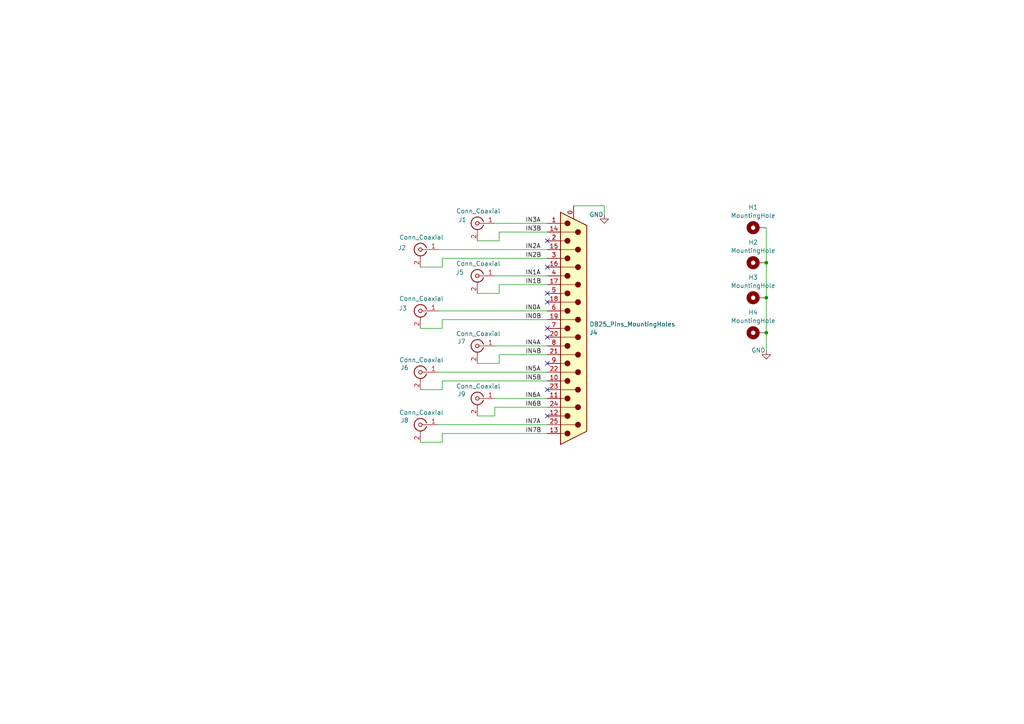
<source format=kicad_sch>
(kicad_sch (version 20250114) (generator "eeschema") (generator_version "9.0")
  (paper "A4")
  (title_block (title "LDC breakout board") (date "2025-06-08") (rev "1") (company "UCSC Center for Adaptive Optics"))
  (lib_symbols
    (symbol "Connector:Conn_Coaxial" (pin_names (offset 1.016) (hide yes))
      (property "Reference" "J" (at 0.254 3.048 0))
      (property "Value" "Conn_Coaxial" (at 2.921 0 90))
      (symbol "Conn_Coaxial_0_1"
        (polyline (pts (xy -2.54 0) (xy -0.508 0)))
        (arc (start 1.778 0) (mid 0.222 -1.8079) (end -1.778 -0.508) (stroke (width 0.254)))
        (arc (start -1.778 0.508) (mid 0.2221 1.8084) (end 1.778 0) (stroke (width 0.254)))
        (circle (center 0 0) (radius 0.508) (stroke (width 0.2032)))
        (polyline (pts (xy 0 -2.54) (xy 0 -1.778)))
      )
      (symbol "Conn_Coaxial_1_1"
        (pin passive line (at -5.08 0 0) (length 2.54) (name "In") (number "1"))
        (pin passive line (at 0 -5.08 90) (length 2.54) (name "Ext") (number "2"))
      )
    )
    (symbol "Connector:DB25_Pins_MountingHoles" (pin_names (offset 1.016) (hide yes))
      (property "Reference" "J" (at 0 36.83 0))
      (property "Value" "DB25_Pins_MountingHoles" (at 0 34.925 0))
      (symbol "DB25_Pins_MountingHoles_0_1"
        (polyline (pts (xy -3.81 30.48) (xy -2.54 30.48)))
        (polyline (pts (xy -3.81 27.94) (xy 0.508 27.94)))
        (polyline (pts (xy -3.81 25.4) (xy -2.54 25.4)))
        (polyline (pts (xy -3.81 22.86) (xy 0.508 22.86)))
        (polyline (pts (xy -3.81 20.32) (xy -2.54 20.32)))
        (polyline (pts (xy -3.81 17.78) (xy 0.508 17.78)))
        (polyline (pts (xy -3.81 15.24) (xy -2.54 15.24)))
        (polyline (pts (xy -3.81 12.7) (xy 0.508 12.7)))
        (polyline (pts (xy -3.81 10.16) (xy -2.54 10.16)))
        (polyline (pts (xy -3.81 7.62) (xy 0.508 7.62)))
        (polyline (pts (xy -3.81 5.08) (xy -2.54 5.08)))
        (polyline (pts (xy -3.81 2.54) (xy 0.508 2.54)))
        (polyline (pts (xy -3.81 0) (xy -2.54 0)))
        (polyline (pts (xy -3.81 -2.54) (xy 0.508 -2.54)))
        (polyline (pts (xy -3.81 -5.08) (xy -2.54 -5.08)))
        (polyline (pts (xy -3.81 -7.62) (xy 0.508 -7.62)))
        (polyline (pts (xy -3.81 -10.16) (xy -2.54 -10.16)))
        (polyline (pts (xy -3.81 -12.7) (xy 0.508 -12.7)))
        (polyline (pts (xy -3.81 -15.24) (xy -2.54 -15.24)))
        (polyline (pts (xy -3.81 -17.78) (xy 0.508 -17.78)))
        (polyline (pts (xy -3.81 -20.32) (xy -2.54 -20.32)))
        (polyline (pts (xy -3.81 -22.86) (xy 0.508 -22.86)))
        (polyline (pts (xy -3.81 -25.4) (xy -2.54 -25.4)))
        (polyline (pts (xy -3.81 -27.94) (xy 0.508 -27.94)))
        (polyline (pts (xy -3.81 -30.48) (xy -2.54 -30.48)))
        (polyline (pts (xy -3.81 -33.655) (xy 3.81 -29.845) (xy 3.81 29.845) (xy -3.81 33.655) (xy -3.81 -33.655)) (stroke (width 0.254)) (fill (type background)))
        (circle (center -1.778 30.48) (radius 0.762) (fill (type outline)))
        (circle (center -1.778 25.4) (radius 0.762) (fill (type outline)))
        (circle (center -1.778 20.32) (radius 0.762) (fill (type outline)))
        (circle (center -1.778 15.24) (radius 0.762) (fill (type outline)))
        (circle (center -1.778 10.16) (radius 0.762) (fill (type outline)))
        (circle (center -1.778 5.08) (radius 0.762) (fill (type outline)))
        (circle (center -1.778 0) (radius 0.762) (fill (type outline)))
        (circle (center -1.778 -5.08) (radius 0.762) (fill (type outline)))
        (circle (center -1.778 -10.16) (radius 0.762) (fill (type outline)))
        (circle (center -1.778 -15.24) (radius 0.762) (fill (type outline)))
        (circle (center -1.778 -20.32) (radius 0.762) (fill (type outline)))
        (circle (center -1.778 -25.4) (radius 0.762) (fill (type outline)))
        (circle (center -1.778 -30.48) (radius 0.762) (fill (type outline)))
        (circle (center 1.27 27.94) (radius 0.762) (fill (type outline)))
        (circle (center 1.27 22.86) (radius 0.762) (fill (type outline)))
        (circle (center 1.27 17.78) (radius 0.762) (fill (type outline)))
        (circle (center 1.27 12.7) (radius 0.762) (fill (type outline)))
        (circle (center 1.27 7.62) (radius 0.762) (fill (type outline)))
        (circle (center 1.27 2.54) (radius 0.762) (fill (type outline)))
        (circle (center 1.27 -2.54) (radius 0.762) (fill (type outline)))
        (circle (center 1.27 -7.62) (radius 0.762) (fill (type outline)))
        (circle (center 1.27 -12.7) (radius 0.762) (fill (type outline)))
        (circle (center 1.27 -17.78) (radius 0.762) (fill (type outline)))
        (circle (center 1.27 -22.86) (radius 0.762) (fill (type outline)))
        (circle (center 1.27 -27.94) (radius 0.762) (fill (type outline)))
      )
      (symbol "DB25_Pins_MountingHoles_1_1"
        (pin passive line (at -7.62 30.48 0) (length 3.81) (name "13") (number "13"))
        (pin passive line (at -7.62 27.94 0) (length 3.81) (name "P25") (number "25"))
        (pin passive line (at -7.62 25.4 0) (length 3.81) (name "12") (number "12"))
        (pin passive line (at -7.62 22.86 0) (length 3.81) (name "P24") (number "24"))
        (pin passive line (at -7.62 20.32 0) (length 3.81) (name "11") (number "11"))
        (pin passive line (at -7.62 17.78 0) (length 3.81) (name "P23") (number "23"))
        (pin passive line (at -7.62 15.24 0) (length 3.81) (name "10") (number "10"))
        (pin passive line (at -7.62 12.7 0) (length 3.81) (name "P22") (number "22"))
        (pin passive line (at -7.62 10.16 0) (length 3.81) (name "9") (number "9"))
        (pin passive line (at -7.62 7.62 0) (length 3.81) (name "P21") (number "21"))
        (pin passive line (at -7.62 5.08 0) (length 3.81) (name "8") (number "8"))
        (pin passive line (at -7.62 2.54 0) (length 3.81) (name "P20") (number "20"))
        (pin passive line (at -7.62 0 0) (length 3.81) (name "7") (number "7"))
        (pin passive line (at -7.62 -2.54 0) (length 3.81) (name "P19") (number "19"))
        (pin passive line (at -7.62 -5.08 0) (length 3.81) (name "6") (number "6"))
        (pin passive line (at -7.62 -7.62 0) (length 3.81) (name "P18") (number "18"))
        (pin passive line (at -7.62 -10.16 0) (length 3.81) (name "5") (number "5"))
        (pin passive line (at -7.62 -12.7 0) (length 3.81) (name "P17") (number "17"))
        (pin passive line (at -7.62 -15.24 0) (length 3.81) (name "4") (number "4"))
        (pin passive line (at -7.62 -17.78 0) (length 3.81) (name "P16") (number "16"))
        (pin passive line (at -7.62 -20.32 0) (length 3.81) (name "3") (number "3"))
        (pin passive line (at -7.62 -22.86 0) (length 3.81) (name "P15") (number "15"))
        (pin passive line (at -7.62 -25.4 0) (length 3.81) (name "2") (number "2"))
        (pin passive line (at -7.62 -27.94 0) (length 3.81) (name "P14") (number "14"))
        (pin passive line (at -7.62 -30.48 0) (length 3.81) (name "1") (number "1"))
        (pin passive line (at 0 -35.56 90) (length 3.81) (name "PAD") (number "0"))
      )
    )
    (symbol "Mechanical:MountingHole_Pad" (pin_numbers (hide yes)) (pin_names (offset 1.016) (hide yes)) (exclude_from_sim yes) (in_bom no)
      (property "Reference" "H" (at 0 6.35 0))
      (property "Value" "MountingHole_Pad" (at 0 4.445 0))
      (symbol "MountingHole_Pad_0_1"
        (circle (center 0 1.27) (radius 1.27) (stroke (width 1.27)))
      )
      (symbol "MountingHole_Pad_1_1"
        (pin input line (at 0 -2.54 90) (length 2.54) (name "1") (number "1"))
      )
    )
    (symbol "power:GND" (power) (pin_numbers (hide yes)) (pin_names (offset 0) (hide yes))
      (property "Value" "GND" (at 0 -3.81 0))
      (symbol "GND_0_1"
        (polyline (pts (xy 0 0) (xy 0 -1.27) (xy 1.27 -1.27) (xy 0 -2.54) (xy -1.27 -1.27) (xy 0 -1.27)))
      )
      (symbol "GND_1_1"
        (pin power_in line (at 0 0 270) (length 0) (name "~") (number "1"))
      )
    )
  )
  (junction (at 222.25 76.2))
  (junction (at 222.25 86.36))
  (junction (at 222.25 96.52))
  (no_connect (at 158.75 105.41))
  (no_connect (at 158.75 85.09))
  (no_connect (at 158.75 97.79))
  (no_connect (at 158.75 95.25))
  (no_connect (at 158.75 120.65))
  (no_connect (at 158.75 69.85))
  (no_connect (at 158.75 113.03))
  (no_connect (at 158.75 87.63))
  (no_connect (at 158.75 77.47))
  (wire (pts (xy 143.51 120.65) (xy 143.51 118.11)))
  (wire (pts (xy 143.51 80.01) (xy 158.75 80.01)))
  (wire (pts (xy 144.78 105.41) (xy 144.78 102.87)))
  (wire (pts (xy 128.27 125.73) (xy 158.75 125.73)))
  (wire (pts (xy 144.78 85.09) (xy 144.78 82.55)))
  (wire (pts (xy 143.51 64.77) (xy 158.75 64.77)))
  (wire (pts (xy 143.51 115.57) (xy 158.75 115.57)))
  (wire (pts (xy 121.92 95.25) (xy 128.27 95.25)))
  (wire (pts (xy 127 72.39) (xy 158.75 72.39)))
  (wire (pts (xy 127 123.19) (xy 158.75 123.19)))
  (wire (pts (xy 175.26 59.69) (xy 166.37 59.69)))
  (wire (pts (xy 144.78 69.85) (xy 144.78 67.31)))
  (wire (pts (xy 128.27 113.03) (xy 128.27 110.49)))
  (wire (pts (xy 128.27 77.47) (xy 128.27 74.93)))
  (wire (pts (xy 143.51 118.11) (xy 158.75 118.11)))
  (wire (pts (xy 138.43 105.41) (xy 144.78 105.41)))
  (wire (pts (xy 127 107.95) (xy 158.75 107.95)))
  (wire (pts (xy 138.43 69.85) (xy 144.78 69.85)))
  (wire (pts (xy 121.92 77.47) (xy 128.27 77.47)))
  (wire (pts (xy 175.26 59.69) (xy 175.26 62.23)))
  (wire (pts (xy 138.43 85.09) (xy 144.78 85.09)))
  (wire (pts (xy 222.25 76.2) (xy 222.25 86.36)))
  (wire (pts (xy 128.27 95.25) (xy 128.27 92.71)))
  (wire (pts (xy 128.27 128.27) (xy 128.27 125.73)))
  (wire (pts (xy 222.25 86.36) (xy 222.25 96.52)))
  (wire (pts (xy 144.78 102.87) (xy 158.75 102.87)))
  (wire (pts (xy 138.43 120.65) (xy 143.51 120.65)))
  (wire (pts (xy 144.78 82.55) (xy 158.75 82.55)))
  (wire (pts (xy 128.27 92.71) (xy 158.75 92.71)))
  (wire (pts (xy 121.92 128.27) (xy 128.27 128.27)))
  (wire (pts (xy 144.78 67.31) (xy 158.75 67.31)))
  (wire (pts (xy 128.27 110.49) (xy 158.75 110.49)))
  (wire (pts (xy 127 90.17) (xy 158.75 90.17)))
  (wire (pts (xy 222.25 96.52) (xy 222.25 101.6)))
  (wire (pts (xy 128.27 74.93) (xy 158.75 74.93)))
  (wire (pts (xy 143.51 100.33) (xy 158.75 100.33)))
  (wire (pts (xy 121.92 113.03) (xy 128.27 113.03)))
  (wire (pts (xy 222.25 66.04) (xy 222.25 76.2)))
  (label "IN3A" (at 152.4 64.77 0))
  (label "IN4B" (at 152.4 102.87 0))
  (label "IN6B" (at 152.4 118.11 0))
  (label "IN7B" (at 152.4 125.73 0))
  (label "IN5A" (at 152.4 107.95 0))
  (label "IN1B" (at 152.4 82.55 0))
  (label "IN0B" (at 152.4 92.71 0))
  (label "IN0A" (at 152.4 90.17 0))
  (label "IN7A" (at 152.4 123.19 0))
  (label "IN2A" (at 152.4 72.39 0))
  (label "IN1A" (at 152.4 80.01 0))
  (label "IN6A" (at 152.4 115.57 0))
  (label "IN5B" (at 152.4 110.49 0))
  (label "IN3B" (at 152.4 67.31 0))
  (label "IN2B" (at 152.4 74.93 0))
  (label "IN4A" (at 152.4 100.33 0))
  (symbol (lib_id "Connector:Conn_Coaxial") (at 138.43 115.57 0) (mirror y) (unit 1)
    (property "Reference" "J9" (at 133.858 114.3 0))
    (property "Value" "Conn_Coaxial" (at 138.7474 112.0232 0))
    (property "Footprint" "gabe_connectors:KH-BNC50-3511" (effects (hide yes)))
    (property "Description" "coaxial connector (BNC, SMA, SMB, SMC, Cinch/RCA, LEMO, ...)" (effects (hide yes)))
    (property "LCSC" "C2837587" (effects (hide yes)))
  )
  (symbol (lib_id "power:GND") (at 175.26 62.23 0) (mirror y) (unit 1)
    (property "Reference" "#PWR060" (effects (hide yes)))
    (property "Value" "GND" (at 172.974 62.23 0))
    (property "Description" "Power symbol creates a global label with name \"GND\" , ground" (effects (hide yes)))
  )
  (symbol (lib_id "Connector:Conn_Coaxial") (at 121.92 107.95 0) (mirror y) (unit 1)
    (property "Reference" "J6" (at 117.348 106.68 0))
    (property "Value" "Conn_Coaxial" (at 122.2374 104.4032 0))
    (property "Footprint" "gabe_connectors:KH-BNC50-3511" (effects (hide yes)))
    (property "Description" "coaxial connector (BNC, SMA, SMB, SMC, Cinch/RCA, LEMO, ...)" (effects (hide yes)))
    (property "LCSC" "C2837587" (effects (hide yes)))
  )
  (symbol (lib_id "Connector:Conn_Coaxial") (at 138.43 100.33 0) (mirror y) (unit 1)
    (property "Reference" "J7" (at 133.858 99.06 0))
    (property "Value" "Conn_Coaxial" (at 138.7474 96.7832 0))
    (property "Footprint" "gabe_connectors:KH-BNC50-3511" (effects (hide yes)))
    (property "Description" "coaxial connector (BNC, SMA, SMB, SMC, Cinch/RCA, LEMO, ...)" (effects (hide yes)))
    (property "LCSC" "C2837587" (effects (hide yes)))
  )
  (symbol (lib_id "Connector:Conn_Coaxial") (at 138.43 64.77 0) (mirror y) (unit 1)
    (property "Reference" "J1" (at 134.112 63.754 0))
    (property "Value" "Conn_Coaxial" (at 138.7474 61.2232 0))
    (property "Footprint" "gabe_connectors:KH-BNC50-3511" (effects (hide yes)))
    (property "Description" "coaxial connector (BNC, SMA, SMB, SMC, Cinch/RCA, LEMO, ...)" (effects (hide yes)))
    (property "LCSC" "C2837587" (effects (hide yes)))
  )
  (symbol (lib_id "Connector:Conn_Coaxial") (at 121.92 123.19 0) (mirror y) (unit 1)
    (property "Reference" "J8" (at 117.348 121.92 0))
    (property "Value" "Conn_Coaxial" (at 122.2374 119.6432 0))
    (property "Footprint" "gabe_connectors:KH-BNC50-3511" (effects (hide yes)))
    (property "Description" "coaxial connector (BNC, SMA, SMB, SMC, Cinch/RCA, LEMO, ...)" (effects (hide yes)))
    (property "LCSC" "C2837587" (effects (hide yes)))
  )
  (symbol (lib_id "Connector:Conn_Coaxial") (at 121.92 72.39 0) (mirror y) (unit 1)
    (property "Reference" "J2" (at 116.586 71.882 0))
    (property "Value" "Conn_Coaxial" (at 122.2374 68.8432 0))
    (property "Footprint" "gabe_connectors:KH-BNC50-3511" (effects (hide yes)))
    (property "Description" "coaxial connector (BNC, SMA, SMB, SMC, Cinch/RCA, LEMO, ...)" (effects (hide yes)))
    (property "LCSC" "C2837587" (effects (hide yes)))
  )
  (symbol (lib_id "Mechanical:MountingHole_Pad") (at 219.71 96.52 90) (unit 1) (exclude_from_sim yes) (in_bom no)
    (property "Reference" "H4" (at 218.44 90.5975 90))
    (property "Value" "MountingHole" (at 218.44 93.0218 90))
    (property "Footprint" "MountingHole:MountingHole_3.2mm_M3_DIN965_Pad" (effects (hide yes)))
    (property "Description" "Mounting Hole with connection" (effects (hide yes)))
  )
  (symbol (lib_id "Connector:Conn_Coaxial") (at 121.92 90.17 0) (mirror y) (unit 1)
    (property "Reference" "J3" (at 116.84 89.408 0))
    (property "Value" "Conn_Coaxial" (at 122.2374 86.6232 0))
    (property "Footprint" "gabe_connectors:KH-BNC50-3511" (effects (hide yes)))
    (property "Description" "coaxial connector (BNC, SMA, SMB, SMC, Cinch/RCA, LEMO, ...)" (effects (hide yes)))
    (property "LCSC" "C2837587" (effects (hide yes)))
  )
  (symbol (lib_id "Mechanical:MountingHole_Pad") (at 219.71 76.2 90) (unit 1) (exclude_from_sim yes) (in_bom no)
    (property "Reference" "H2" (at 218.44 70.2775 90))
    (property "Value" "MountingHole" (at 218.44 72.7018 90))
    (property "Footprint" "MountingHole:MountingHole_3.2mm_M3_DIN965_Pad" (effects (hide yes)))
    (property "Description" "Mounting Hole with connection" (effects (hide yes)))
  )
  (symbol (lib_id "Mechanical:MountingHole_Pad") (at 219.71 86.36 90) (unit 1) (exclude_from_sim yes) (in_bom no)
    (property "Reference" "H3" (at 218.44 80.4375 90))
    (property "Value" "MountingHole" (at 218.44 82.8618 90))
    (property "Footprint" "MountingHole:MountingHole_3.2mm_M3_DIN965_Pad" (effects (hide yes)))
    (property "Description" "Mounting Hole with connection" (effects (hide yes)))
  )
  (symbol (lib_id "Connector:DB25_Pins_MountingHoles") (at 166.37 95.25 0) (mirror x) (unit 1)
    (property "Reference" "J4" (at 170.942 96.4622 0) (effects (justify left)))
    (property "Value" "DB25_Pins_MountingHoles" (at 170.942 94.0379 0) (effects (justify left)))
    (property "Footprint" "gabe_connectors:TE-5747842-4" (effects (hide yes)))
    (property "Description" "25-pin D-SUB connector, pins (male), Mounting Hole" (effects (hide yes)))
    (property "LCSC" "C305948" (effects (hide yes)))
  )
  (symbol (lib_id "power:GND") (at 222.25 101.6 0) (mirror y) (unit 1)
    (property "Reference" "#PWR061" (effects (hide yes)))
    (property "Value" "GND" (at 219.964 101.6 0))
    (property "Description" "Power symbol creates a global label with name \"GND\" , ground" (effects (hide yes)))
  )
  (symbol (lib_id "Mechanical:MountingHole_Pad") (at 219.71 66.04 90) (unit 1) (exclude_from_sim yes) (in_bom no)
    (property "Reference" "H1" (at 218.44 60.1175 90))
    (property "Value" "MountingHole" (at 218.44 62.5418 90))
    (property "Footprint" "MountingHole:MountingHole_3.2mm_M3_DIN965_Pad" (effects (hide yes)))
    (property "Description" "Mounting Hole with connection" (effects (hide yes)))
  )
  (symbol (lib_id "Connector:Conn_Coaxial") (at 138.43 80.01 0) (mirror y) (unit 1)
    (property "Reference" "J5" (at 133.35 78.994 0))
    (property "Value" "Conn_Coaxial" (at 138.7474 76.4632 0))
    (property "Footprint" "gabe_connectors:KH-BNC50-3511" (effects (hide yes)))
    (property "Description" "coaxial connector (BNC, SMA, SMB, SMC, Cinch/RCA, LEMO, ...)" (effects (hide yes)))
    (property "LCSC" "C2837587" (effects (hide yes)))
  )
)
</source>
